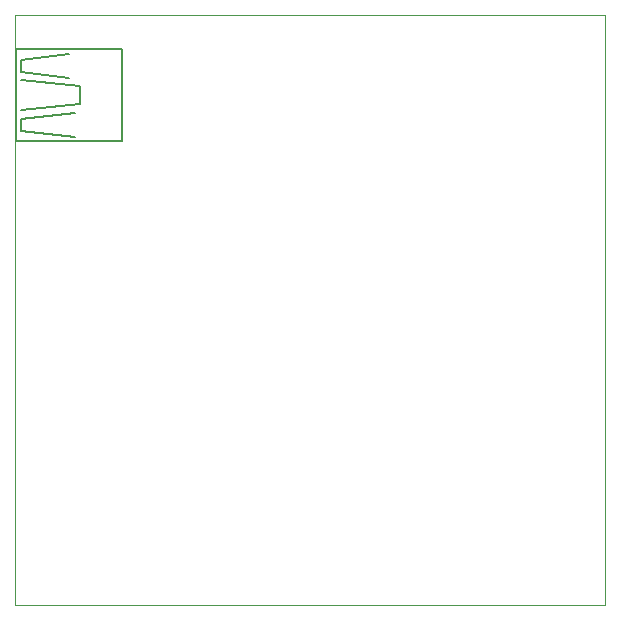
<source format=gbo>
G75*
%MOIN*%
%OFA0B0*%
%FSLAX25Y25*%
%IPPOS*%
%LPD*%
%AMOC8*
5,1,8,0,0,1.08239X$1,22.5*
%
%ADD10C,0.00000*%
%ADD11C,0.00500*%
D10*
X0001800Y0003333D02*
X0001800Y0200184D01*
X0198650Y0200184D01*
X0198650Y0003333D01*
X0001800Y0003333D01*
D11*
X0002036Y0157979D02*
X0037469Y0157979D01*
X0037469Y0188688D01*
X0002036Y0188688D01*
X0002036Y0157979D01*
X0004005Y0161522D02*
X0004005Y0165459D01*
X0021721Y0167428D01*
X0023690Y0170381D02*
X0004005Y0168412D01*
X0004005Y0161522D02*
X0021721Y0159554D01*
X0023690Y0170381D02*
X0023690Y0176286D01*
X0004005Y0178255D01*
X0004005Y0181207D02*
X0019753Y0179239D01*
X0019753Y0187113D02*
X0004005Y0185144D01*
X0004005Y0181207D01*
M02*

</source>
